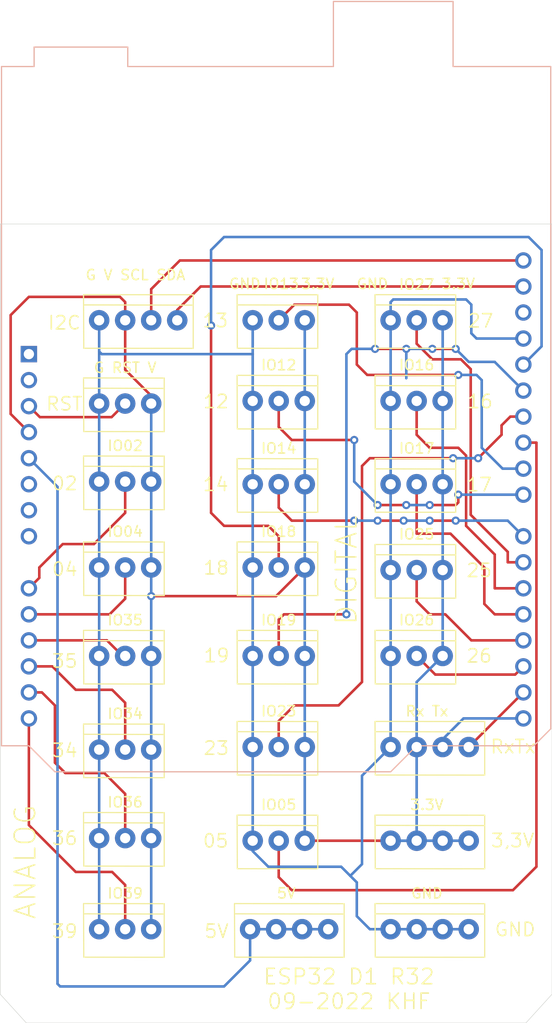
<source format=kicad_pcb>
(kicad_pcb (version 20171130) (host pcbnew "(5.1.9)-1")

  (general
    (thickness 1.6)
    (drawings 37)
    (tracks 260)
    (zones 0)
    (modules 25)
    (nets 33)
  )

  (page A4)
  (layers
    (0 F.Cu signal)
    (31 B.Cu signal)
    (32 B.Adhes user)
    (33 F.Adhes user)
    (34 B.Paste user)
    (35 F.Paste user)
    (36 B.SilkS user)
    (37 F.SilkS user)
    (38 B.Mask user)
    (39 F.Mask user)
    (40 Dwgs.User user)
    (41 Cmts.User user)
    (42 Eco1.User user)
    (43 Eco2.User user)
    (44 Edge.Cuts user)
    (45 Margin user)
    (46 B.CrtYd user)
    (47 F.CrtYd user)
    (48 B.Fab user)
    (49 F.Fab user hide)
  )

  (setup
    (last_trace_width 0.25)
    (trace_clearance 0.2)
    (zone_clearance 0.508)
    (zone_45_only no)
    (trace_min 0.2)
    (via_size 0.8)
    (via_drill 0.4)
    (via_min_size 0.4)
    (via_min_drill 0.3)
    (uvia_size 0.3)
    (uvia_drill 0.1)
    (uvias_allowed no)
    (uvia_min_size 0.2)
    (uvia_min_drill 0.1)
    (edge_width 0.05)
    (segment_width 0.2)
    (pcb_text_width 0.3)
    (pcb_text_size 1.5 1.5)
    (mod_edge_width 0.12)
    (mod_text_size 1 1)
    (mod_text_width 0.15)
    (pad_size 2 2)
    (pad_drill 1)
    (pad_to_mask_clearance 0.05)
    (aux_axis_origin 0 0)
    (visible_elements 7FFFFFFF)
    (pcbplotparams
      (layerselection 0x010fc_ffffffff)
      (usegerberextensions false)
      (usegerberattributes true)
      (usegerberadvancedattributes true)
      (creategerberjobfile true)
      (excludeedgelayer true)
      (linewidth 0.100000)
      (plotframeref false)
      (viasonmask false)
      (mode 1)
      (useauxorigin false)
      (hpglpennumber 1)
      (hpglpenspeed 20)
      (hpglpendiameter 15.000000)
      (psnegative false)
      (psa4output false)
      (plotreference true)
      (plotvalue true)
      (plotinvisibletext false)
      (padsonsilk false)
      (subtractmaskfromsilk false)
      (outputformat 1)
      (mirror false)
      (drillshape 0)
      (scaleselection 1)
      (outputdirectory "Wemos UNO/Gerber/"))
  )

  (net 0 "")
  (net 1 "Net-(A1-Pad32)")
  (net 2 "Net-(A1-Pad31)")
  (net 3 "Net-(A1-Pad1)")
  (net 4 "Net-(A1-Pad17)")
  (net 5 "Net-(A1-Pad2)")
  (net 6 "Net-(A1-Pad18)")
  (net 7 "Net-(A1-Pad3)")
  (net 8 "Net-(A1-Pad19)")
  (net 9 "Net-(A1-Pad4)")
  (net 10 "Net-(A1-Pad20)")
  (net 11 "Net-(A1-Pad5)")
  (net 12 "Net-(A1-Pad21)")
  (net 13 "Net-(A1-Pad6)")
  (net 14 "Net-(A1-Pad22)")
  (net 15 "Net-(A1-Pad7)")
  (net 16 "Net-(A1-Pad23)")
  (net 17 "Net-(A1-Pad8)")
  (net 18 "Net-(A1-Pad24)")
  (net 19 "Net-(A1-Pad9)")
  (net 20 "Net-(A1-Pad25)")
  (net 21 "Net-(A1-Pad10)")
  (net 22 "Net-(A1-Pad26)")
  (net 23 "Net-(A1-Pad11)")
  (net 24 "Net-(A1-Pad27)")
  (net 25 "Net-(A1-Pad12)")
  (net 26 "Net-(A1-Pad28)")
  (net 27 "Net-(A1-Pad13)")
  (net 28 "Net-(A1-Pad29)")
  (net 29 "Net-(A1-Pad14)")
  (net 30 "Net-(A1-Pad30)")
  (net 31 "Net-(A1-Pad15)")
  (net 32 "Net-(A1-Pad16)")

  (net_class Default "This is the default net class."
    (clearance 0.2)
    (trace_width 0.25)
    (via_dia 0.8)
    (via_drill 0.4)
    (uvia_dia 0.3)
    (uvia_drill 0.1)
    (add_net "Net-(A1-Pad1)")
    (add_net "Net-(A1-Pad10)")
    (add_net "Net-(A1-Pad11)")
    (add_net "Net-(A1-Pad12)")
    (add_net "Net-(A1-Pad13)")
    (add_net "Net-(A1-Pad14)")
    (add_net "Net-(A1-Pad15)")
    (add_net "Net-(A1-Pad16)")
    (add_net "Net-(A1-Pad17)")
    (add_net "Net-(A1-Pad18)")
    (add_net "Net-(A1-Pad19)")
    (add_net "Net-(A1-Pad2)")
    (add_net "Net-(A1-Pad20)")
    (add_net "Net-(A1-Pad21)")
    (add_net "Net-(A1-Pad22)")
    (add_net "Net-(A1-Pad23)")
    (add_net "Net-(A1-Pad24)")
    (add_net "Net-(A1-Pad25)")
    (add_net "Net-(A1-Pad26)")
    (add_net "Net-(A1-Pad27)")
    (add_net "Net-(A1-Pad28)")
    (add_net "Net-(A1-Pad29)")
    (add_net "Net-(A1-Pad3)")
    (add_net "Net-(A1-Pad30)")
    (add_net "Net-(A1-Pad31)")
    (add_net "Net-(A1-Pad32)")
    (add_net "Net-(A1-Pad4)")
    (add_net "Net-(A1-Pad5)")
    (add_net "Net-(A1-Pad6)")
    (add_net "Net-(A1-Pad7)")
    (add_net "Net-(A1-Pad8)")
    (add_net "Net-(A1-Pad9)")
  )

  (module Module:Arduino_UNO_R3 (layer B.Cu) (tedit 58AB60FC) (tstamp 60188F66)
    (at 111.252 56.896 270)
    (descr "Arduino UNO R3, http://www.mouser.com/pdfdocs/Gravitech_Arduino_Nano3_0.pdf")
    (tags "Arduino UNO R3")
    (path /60181A85)
    (fp_text reference A1 (at -4.318 0 90) (layer B.SilkS) hide
      (effects (font (size 1 1) (thickness 0.15)) (justify mirror))
    )
    (fp_text value Arduino_UNO_R3 (at 0 -22.86 270) (layer B.Fab)
      (effects (font (size 1 1) (thickness 0.15)) (justify mirror))
    )
    (fp_line (start 38.35 2.79) (end 38.35 0) (layer B.CrtYd) (width 0.05))
    (fp_line (start 38.35 0) (end 40.89 -2.54) (layer B.CrtYd) (width 0.05))
    (fp_line (start 40.89 -2.54) (end 40.89 -35.31) (layer B.CrtYd) (width 0.05))
    (fp_line (start 40.89 -35.31) (end 38.35 -37.85) (layer B.CrtYd) (width 0.05))
    (fp_line (start 38.35 -37.85) (end 38.35 -49.28) (layer B.CrtYd) (width 0.05))
    (fp_line (start 38.35 -49.28) (end 36.58 -51.05) (layer B.CrtYd) (width 0.05))
    (fp_line (start 36.58 -51.05) (end -28.19 -51.05) (layer B.CrtYd) (width 0.05))
    (fp_line (start -28.19 -51.05) (end -28.19 -41.53) (layer B.CrtYd) (width 0.05))
    (fp_line (start -28.19 -41.53) (end -34.54 -41.53) (layer B.CrtYd) (width 0.05))
    (fp_line (start -34.54 -41.53) (end -34.54 -29.59) (layer B.CrtYd) (width 0.05))
    (fp_line (start -34.54 -29.59) (end -28.19 -29.59) (layer B.CrtYd) (width 0.05))
    (fp_line (start -28.19 -29.59) (end -28.19 -9.78) (layer B.CrtYd) (width 0.05))
    (fp_line (start -28.19 -9.78) (end -30.1 -9.78) (layer B.CrtYd) (width 0.05))
    (fp_line (start -30.1 -9.78) (end -30.1 -0.38) (layer B.CrtYd) (width 0.05))
    (fp_line (start -30.1 -0.38) (end -28.19 -0.38) (layer B.CrtYd) (width 0.05))
    (fp_line (start -28.19 -0.38) (end -28.19 2.79) (layer B.CrtYd) (width 0.05))
    (fp_line (start -28.19 2.79) (end 38.35 2.79) (layer B.CrtYd) (width 0.05))
    (fp_line (start 40.77 -35.31) (end 40.77 -2.54) (layer B.SilkS) (width 0.12))
    (fp_line (start 40.77 -2.54) (end 38.23 0) (layer B.SilkS) (width 0.12))
    (fp_line (start 38.23 0) (end 38.23 2.67) (layer B.SilkS) (width 0.12))
    (fp_line (start 38.23 2.67) (end -28.07 2.67) (layer B.SilkS) (width 0.12))
    (fp_line (start -28.07 2.67) (end -28.07 -0.51) (layer B.SilkS) (width 0.12))
    (fp_line (start -28.07 -0.51) (end -29.97 -0.51) (layer B.SilkS) (width 0.12))
    (fp_line (start -29.97 -0.51) (end -29.97 -9.65) (layer B.SilkS) (width 0.12))
    (fp_line (start -29.97 -9.65) (end -28.07 -9.65) (layer B.SilkS) (width 0.12))
    (fp_line (start -28.07 -9.65) (end -28.07 -29.72) (layer B.SilkS) (width 0.12))
    (fp_line (start -28.07 -29.72) (end -34.42 -29.72) (layer B.SilkS) (width 0.12))
    (fp_line (start -34.42 -29.72) (end -34.42 -41.4) (layer B.SilkS) (width 0.12))
    (fp_line (start -34.42 -41.4) (end -28.07 -41.4) (layer B.SilkS) (width 0.12))
    (fp_line (start -28.07 -41.4) (end -28.07 -50.93) (layer B.SilkS) (width 0.12))
    (fp_line (start -28.07 -50.93) (end 36.58 -50.93) (layer B.SilkS) (width 0.12))
    (fp_line (start 36.58 -50.93) (end 38.23 -49.28) (layer B.SilkS) (width 0.12))
    (fp_line (start 38.23 -49.28) (end 38.23 -37.85) (layer B.SilkS) (width 0.12))
    (fp_line (start 38.23 -37.85) (end 40.77 -35.31) (layer B.SilkS) (width 0.12))
    (fp_line (start -34.29 -29.84) (end -18.41 -29.84) (layer B.Fab) (width 0.1))
    (fp_line (start -18.41 -29.84) (end -18.41 -41.27) (layer B.Fab) (width 0.1))
    (fp_line (start -18.41 -41.27) (end -34.29 -41.27) (layer B.Fab) (width 0.1))
    (fp_line (start -34.29 -41.27) (end -34.29 -29.84) (layer B.Fab) (width 0.1))
    (fp_line (start -29.84 -0.64) (end -16.51 -0.64) (layer B.Fab) (width 0.1))
    (fp_line (start -16.51 -0.64) (end -16.51 -9.53) (layer B.Fab) (width 0.1))
    (fp_line (start -16.51 -9.53) (end -29.84 -9.53) (layer B.Fab) (width 0.1))
    (fp_line (start -29.84 -9.53) (end -29.84 -0.64) (layer B.Fab) (width 0.1))
    (fp_line (start 38.1 -37.85) (end 38.1 -49.28) (layer B.Fab) (width 0.1))
    (fp_line (start 40.64 -2.54) (end 40.64 -35.31) (layer B.Fab) (width 0.1))
    (fp_line (start 40.64 -35.31) (end 38.1 -37.85) (layer B.Fab) (width 0.1))
    (fp_line (start 38.1 2.54) (end 38.1 0) (layer B.Fab) (width 0.1))
    (fp_line (start 38.1 0) (end 40.64 -2.54) (layer B.Fab) (width 0.1))
    (fp_line (start 38.1 -49.28) (end 36.58 -50.8) (layer B.Fab) (width 0.1))
    (fp_line (start 36.58 -50.8) (end -27.94 -50.8) (layer B.Fab) (width 0.1))
    (fp_line (start -27.94 -50.8) (end -27.94 2.54) (layer B.Fab) (width 0.1))
    (fp_line (start -27.94 2.54) (end 38.1 2.54) (layer B.Fab) (width 0.1))
    (fp_text user %R (at 0 -20.32 90) (layer B.Fab)
      (effects (font (size 1 1) (thickness 0.15)) (justify mirror))
    )
    (pad 32 thru_hole oval (at -9.14 -48.26 180) (size 1.6 1.6) (drill 1) (layers *.Cu *.Mask)
      (net 1 "Net-(A1-Pad32)"))
    (pad 31 thru_hole oval (at -6.6 -48.26 180) (size 1.6 1.6) (drill 1) (layers *.Cu *.Mask)
      (net 2 "Net-(A1-Pad31)"))
    (pad 1 thru_hole rect (at 0 0 180) (size 1.6 1.6) (drill 1) (layers *.Cu *.Mask)
      (net 3 "Net-(A1-Pad1)"))
    (pad 17 thru_hole oval (at 30.48 -48.26 180) (size 1.6 1.6) (drill 1) (layers *.Cu *.Mask)
      (net 4 "Net-(A1-Pad17)"))
    (pad 2 thru_hole oval (at 2.54 0 180) (size 1.6 1.6) (drill 1) (layers *.Cu *.Mask)
      (net 5 "Net-(A1-Pad2)"))
    (pad 18 thru_hole oval (at 27.94 -48.26 180) (size 1.6 1.6) (drill 1) (layers *.Cu *.Mask)
      (net 6 "Net-(A1-Pad18)"))
    (pad 3 thru_hole oval (at 5.08 0 180) (size 1.6 1.6) (drill 1) (layers *.Cu *.Mask)
      (net 7 "Net-(A1-Pad3)"))
    (pad 19 thru_hole oval (at 25.4 -48.26 180) (size 1.6 1.6) (drill 1) (layers *.Cu *.Mask)
      (net 8 "Net-(A1-Pad19)"))
    (pad 4 thru_hole oval (at 7.62 0 180) (size 1.6 1.6) (drill 1) (layers *.Cu *.Mask)
      (net 9 "Net-(A1-Pad4)"))
    (pad 20 thru_hole oval (at 22.86 -48.26 180) (size 1.6 1.6) (drill 1) (layers *.Cu *.Mask)
      (net 10 "Net-(A1-Pad20)"))
    (pad 5 thru_hole oval (at 10.16 0 180) (size 1.6 1.6) (drill 1) (layers *.Cu *.Mask)
      (net 11 "Net-(A1-Pad5)"))
    (pad 21 thru_hole oval (at 20.32 -48.26 180) (size 1.6 1.6) (drill 1) (layers *.Cu *.Mask)
      (net 12 "Net-(A1-Pad21)"))
    (pad 6 thru_hole oval (at 12.7 0 180) (size 1.6 1.6) (drill 1) (layers *.Cu *.Mask)
      (net 13 "Net-(A1-Pad6)"))
    (pad 22 thru_hole oval (at 17.78 -48.26 180) (size 1.6 1.6) (drill 1) (layers *.Cu *.Mask)
      (net 14 "Net-(A1-Pad22)"))
    (pad 7 thru_hole oval (at 15.24 0 180) (size 1.6 1.6) (drill 1) (layers *.Cu *.Mask)
      (net 15 "Net-(A1-Pad7)"))
    (pad 23 thru_hole oval (at 13.72 -48.26 180) (size 1.6 1.6) (drill 1) (layers *.Cu *.Mask)
      (net 16 "Net-(A1-Pad23)"))
    (pad 8 thru_hole oval (at 17.78 0 180) (size 1.6 1.6) (drill 1) (layers *.Cu *.Mask)
      (net 17 "Net-(A1-Pad8)"))
    (pad 24 thru_hole oval (at 11.18 -48.26 180) (size 1.6 1.6) (drill 1) (layers *.Cu *.Mask)
      (net 18 "Net-(A1-Pad24)"))
    (pad 9 thru_hole oval (at 22.86 0 180) (size 1.6 1.6) (drill 1) (layers *.Cu *.Mask)
      (net 19 "Net-(A1-Pad9)"))
    (pad 25 thru_hole oval (at 8.64 -48.26 180) (size 1.6 1.6) (drill 1) (layers *.Cu *.Mask)
      (net 20 "Net-(A1-Pad25)"))
    (pad 10 thru_hole oval (at 25.4 0 180) (size 1.6 1.6) (drill 1) (layers *.Cu *.Mask)
      (net 21 "Net-(A1-Pad10)"))
    (pad 26 thru_hole oval (at 6.1 -48.26 180) (size 1.6 1.6) (drill 1) (layers *.Cu *.Mask)
      (net 22 "Net-(A1-Pad26)"))
    (pad 11 thru_hole oval (at 27.94 0 180) (size 1.6 1.6) (drill 1) (layers *.Cu *.Mask)
      (net 23 "Net-(A1-Pad11)"))
    (pad 27 thru_hole oval (at 3.56 -48.26 180) (size 1.6 1.6) (drill 1) (layers *.Cu *.Mask)
      (net 24 "Net-(A1-Pad27)"))
    (pad 12 thru_hole oval (at 30.48 0 180) (size 1.6 1.6) (drill 1) (layers *.Cu *.Mask)
      (net 25 "Net-(A1-Pad12)"))
    (pad 28 thru_hole oval (at 1.02 -48.26 180) (size 1.6 1.6) (drill 1) (layers *.Cu *.Mask)
      (net 26 "Net-(A1-Pad28)"))
    (pad 13 thru_hole oval (at 33.02 0 180) (size 1.6 1.6) (drill 1) (layers *.Cu *.Mask)
      (net 27 "Net-(A1-Pad13)"))
    (pad 29 thru_hole oval (at -1.52 -48.26 180) (size 1.6 1.6) (drill 1) (layers *.Cu *.Mask)
      (net 28 "Net-(A1-Pad29)"))
    (pad 14 thru_hole oval (at 35.56 0 180) (size 1.6 1.6) (drill 1) (layers *.Cu *.Mask)
      (net 29 "Net-(A1-Pad14)"))
    (pad 30 thru_hole oval (at -4.06 -48.26 180) (size 1.6 1.6) (drill 1) (layers *.Cu *.Mask)
      (net 30 "Net-(A1-Pad30)"))
    (pad 15 thru_hole oval (at 35.56 -48.26 180) (size 1.6 1.6) (drill 1) (layers *.Cu *.Mask)
      (net 31 "Net-(A1-Pad15)"))
    (pad 16 thru_hole oval (at 33.02 -48.26 180) (size 1.6 1.6) (drill 1) (layers *.Cu *.Mask)
      (net 32 "Net-(A1-Pad16)"))
    (model ${KISYS3DMOD}/Module.3dshapes/Arduino_UNO_R3.wrl
      (at (xyz 0 0 0))
      (scale (xyz 1 1 1))
      (rotate (xyz 0 0 0))
    )
  )

  (module !Goody:PL-Stecker3pol (layer F.Cu) (tedit 60181B70) (tstamp 60187E4D)
    (at 118.11 69.342)
    (descr PL-Stecker)
    (path /6027AC0C)
    (fp_text reference IO02 (at 2.54 -3.5) (layer F.SilkS)
      (effects (font (size 1 1) (thickness 0.15)))
    )
    (fp_text value PL-Stecker_3pol (at 3.54 -5.5) (layer F.Fab) hide
      (effects (font (size 1 1) (thickness 0.15)))
    )
    (fp_line (start -1.5 -2.5) (end 6.35 -2.49) (layer F.SilkS) (width 0.12))
    (fp_line (start -1.5 2.7304) (end -1.5254 -2.5) (layer F.SilkS) (width 0.12))
    (fp_line (start -1.5 2.7304) (end 6.35 2.74) (layer F.SilkS) (width 0.12))
    (fp_line (start 6.35 2.74) (end 6.35 -2.4904) (layer F.SilkS) (width 0.12))
    (fp_line (start -1.5 -1.5) (end 6.35 -1.48) (layer F.SilkS) (width 0.12))
    (pad 3 thru_hole circle (at 5.08 0) (size 2 2) (drill 1) (layers *.Cu *.Mask)
      (net 9 "Net-(A1-Pad4)"))
    (pad 2 thru_hole circle (at 2.54 0) (size 2 2) (drill 1) (layers *.Cu *.Mask)
      (net 19 "Net-(A1-Pad9)"))
    (pad 1 thru_hole circle (at 0 0) (size 2 2) (drill 1) (layers *.Cu *.Mask)
      (net 28 "Net-(A1-Pad29)"))
  )

  (module !Goody:PL-Stecker3pol (layer F.Cu) (tedit 60181B70) (tstamp 60187E65)
    (at 146.558 86.36)
    (descr PL-Stecker)
    (path /6018AB90)
    (fp_text reference IO26 (at 2.54 -3.5) (layer F.SilkS)
      (effects (font (size 1 1) (thickness 0.15)))
    )
    (fp_text value PL-Stecker_3pol (at 3.54 -5.5) (layer F.Fab) hide
      (effects (font (size 1 1) (thickness 0.15)))
    )
    (fp_line (start -1.5 -2.5) (end 6.35 -2.49) (layer F.SilkS) (width 0.12))
    (fp_line (start -1.5 2.7304) (end -1.5254 -2.5) (layer F.SilkS) (width 0.12))
    (fp_line (start -1.5 2.7304) (end 6.35 2.74) (layer F.SilkS) (width 0.12))
    (fp_line (start 6.35 2.74) (end 6.35 -2.4904) (layer F.SilkS) (width 0.12))
    (fp_line (start -1.5 -1.5) (end 6.35 -1.48) (layer F.SilkS) (width 0.12))
    (pad 3 thru_hole circle (at 5.08 0) (size 2 2) (drill 1) (layers *.Cu *.Mask)
      (net 9 "Net-(A1-Pad4)"))
    (pad 2 thru_hole circle (at 2.54 0) (size 2 2) (drill 1) (layers *.Cu *.Mask)
      (net 4 "Net-(A1-Pad17)"))
    (pad 1 thru_hole circle (at 0 0) (size 2 2) (drill 1) (layers *.Cu *.Mask)
      (net 28 "Net-(A1-Pad29)"))
  )

  (module !Goody:PL-Stecker3pol (layer F.Cu) (tedit 60181B70) (tstamp 60187E71)
    (at 146.558 77.978)
    (descr PL-Stecker)
    (path /6018A527)
    (fp_text reference IO25 (at 2.54 -3.5) (layer F.SilkS)
      (effects (font (size 1 1) (thickness 0.15)))
    )
    (fp_text value PL-Stecker_3pol (at 3.54 -5.5) (layer F.Fab) hide
      (effects (font (size 1 1) (thickness 0.15)))
    )
    (fp_line (start -1.5 -1.5) (end 6.35 -1.48) (layer F.SilkS) (width 0.12))
    (fp_line (start 6.35 2.74) (end 6.35 -2.4904) (layer F.SilkS) (width 0.12))
    (fp_line (start -1.5 2.7304) (end 6.35 2.74) (layer F.SilkS) (width 0.12))
    (fp_line (start -1.5 2.7304) (end -1.5254 -2.5) (layer F.SilkS) (width 0.12))
    (fp_line (start -1.5 -2.5) (end 6.35 -2.49) (layer F.SilkS) (width 0.12))
    (pad 1 thru_hole circle (at 0 0) (size 2 2) (drill 1) (layers *.Cu *.Mask)
      (net 28 "Net-(A1-Pad29)"))
    (pad 2 thru_hole circle (at 2.54 0) (size 2 2) (drill 1) (layers *.Cu *.Mask)
      (net 6 "Net-(A1-Pad18)"))
    (pad 3 thru_hole circle (at 5.08 0) (size 2 2) (drill 1) (layers *.Cu *.Mask)
      (net 9 "Net-(A1-Pad4)"))
  )

  (module !Goody:PL-Stecker3pol (layer F.Cu) (tedit 60181B70) (tstamp 60187E7D)
    (at 146.558 69.596)
    (descr PL-Stecker)
    (path /6018A03E)
    (fp_text reference IO17 (at 2.54 -3.5) (layer F.SilkS)
      (effects (font (size 1 1) (thickness 0.15)))
    )
    (fp_text value PL-Stecker_3pol (at 3.54 -5.5) (layer F.Fab) hide
      (effects (font (size 1 1) (thickness 0.15)))
    )
    (fp_line (start -1.5 -2.5) (end 6.35 -2.49) (layer F.SilkS) (width 0.12))
    (fp_line (start -1.5 2.7304) (end -1.5254 -2.5) (layer F.SilkS) (width 0.12))
    (fp_line (start -1.5 2.7304) (end 6.35 2.74) (layer F.SilkS) (width 0.12))
    (fp_line (start 6.35 2.74) (end 6.35 -2.4904) (layer F.SilkS) (width 0.12))
    (fp_line (start -1.5 -1.5) (end 6.35 -1.48) (layer F.SilkS) (width 0.12))
    (pad 3 thru_hole circle (at 5.08 0) (size 2 2) (drill 1) (layers *.Cu *.Mask)
      (net 9 "Net-(A1-Pad4)"))
    (pad 2 thru_hole circle (at 2.54 0) (size 2 2) (drill 1) (layers *.Cu *.Mask)
      (net 8 "Net-(A1-Pad19)"))
    (pad 1 thru_hole circle (at 0 0) (size 2 2) (drill 1) (layers *.Cu *.Mask)
      (net 28 "Net-(A1-Pad29)"))
  )

  (module !Goody:PL-Stecker3pol (layer F.Cu) (tedit 60181B70) (tstamp 60187E89)
    (at 146.558 61.468)
    (descr PL-Stecker)
    (path /601896FD)
    (fp_text reference IO16 (at 2.54 -3.5) (layer F.SilkS)
      (effects (font (size 1 1) (thickness 0.15)))
    )
    (fp_text value PL-Stecker_3pol (at 3.54 -5.5) (layer F.Fab) hide
      (effects (font (size 1 1) (thickness 0.15)))
    )
    (fp_line (start -1.5 -1.5) (end 6.35 -1.48) (layer F.SilkS) (width 0.12))
    (fp_line (start 6.35 2.74) (end 6.35 -2.4904) (layer F.SilkS) (width 0.12))
    (fp_line (start -1.5 2.7304) (end 6.35 2.74) (layer F.SilkS) (width 0.12))
    (fp_line (start -1.5 2.7304) (end -1.5254 -2.5) (layer F.SilkS) (width 0.12))
    (fp_line (start -1.5 -2.5) (end 6.35 -2.49) (layer F.SilkS) (width 0.12))
    (pad 1 thru_hole circle (at 0 0) (size 2 2) (drill 1) (layers *.Cu *.Mask)
      (net 28 "Net-(A1-Pad29)"))
    (pad 2 thru_hole circle (at 2.54 0) (size 2 2) (drill 1) (layers *.Cu *.Mask)
      (net 10 "Net-(A1-Pad20)"))
    (pad 3 thru_hole circle (at 5.08 0) (size 2 2) (drill 1) (layers *.Cu *.Mask)
      (net 9 "Net-(A1-Pad4)"))
  )

  (module !Goody:PL-Stecker3pol (layer F.Cu) (tedit 60181B70) (tstamp 60187E95)
    (at 146.558 53.594)
    (descr PL-Stecker)
    (path /601891A7)
    (fp_text reference IO27 (at 2.54 -3.5) (layer F.SilkS)
      (effects (font (size 1 1) (thickness 0.15)))
    )
    (fp_text value PL-Stecker_3pol (at 3.54 -5.5) (layer F.Fab) hide
      (effects (font (size 1 1) (thickness 0.15)))
    )
    (fp_line (start -1.5 -2.5) (end 6.35 -2.49) (layer F.SilkS) (width 0.12))
    (fp_line (start -1.5 2.7304) (end -1.5254 -2.5) (layer F.SilkS) (width 0.12))
    (fp_line (start -1.5 2.7304) (end 6.35 2.74) (layer F.SilkS) (width 0.12))
    (fp_line (start 6.35 2.74) (end 6.35 -2.4904) (layer F.SilkS) (width 0.12))
    (fp_line (start -1.5 -1.5) (end 6.35 -1.48) (layer F.SilkS) (width 0.12))
    (pad 3 thru_hole circle (at 5.08 0) (size 2 2) (drill 1) (layers *.Cu *.Mask)
      (net 9 "Net-(A1-Pad4)"))
    (pad 2 thru_hole circle (at 2.54 0) (size 2 2) (drill 1) (layers *.Cu *.Mask)
      (net 12 "Net-(A1-Pad21)"))
    (pad 1 thru_hole circle (at 0 0) (size 2 2) (drill 1) (layers *.Cu *.Mask)
      (net 28 "Net-(A1-Pad29)"))
  )

  (module !Goody:PL-Stecker3pol (layer F.Cu) (tedit 60181B70) (tstamp 60187EA1)
    (at 133.096 69.596)
    (descr PL-Stecker)
    (path /60188CE3)
    (fp_text reference IO14 (at 2.54 -3.5) (layer F.SilkS)
      (effects (font (size 1 1) (thickness 0.15)))
    )
    (fp_text value PL-Stecker_3pol (at 3.54 -5.5) (layer F.Fab) hide
      (effects (font (size 1 1) (thickness 0.15)))
    )
    (fp_line (start -1.5 -1.5) (end 6.35 -1.48) (layer F.SilkS) (width 0.12))
    (fp_line (start 6.35 2.74) (end 6.35 -2.4904) (layer F.SilkS) (width 0.12))
    (fp_line (start -1.5 2.7304) (end 6.35 2.74) (layer F.SilkS) (width 0.12))
    (fp_line (start -1.5 2.7304) (end -1.5254 -2.5) (layer F.SilkS) (width 0.12))
    (fp_line (start -1.5 -2.5) (end 6.35 -2.49) (layer F.SilkS) (width 0.12))
    (pad 1 thru_hole circle (at 0 0) (size 2 2) (drill 1) (layers *.Cu *.Mask)
      (net 28 "Net-(A1-Pad29)"))
    (pad 2 thru_hole circle (at 2.54 0) (size 2 2) (drill 1) (layers *.Cu *.Mask)
      (net 14 "Net-(A1-Pad22)"))
    (pad 3 thru_hole circle (at 5.08 0) (size 2 2) (drill 1) (layers *.Cu *.Mask)
      (net 9 "Net-(A1-Pad4)"))
  )

  (module !Goody:PL-Stecker3pol (layer F.Cu) (tedit 60181B70) (tstamp 60187EAD)
    (at 133.096 61.468)
    (descr PL-Stecker)
    (path /6018883C)
    (fp_text reference IO12 (at 2.54 -3.5) (layer F.SilkS)
      (effects (font (size 1 1) (thickness 0.15)))
    )
    (fp_text value PL-Stecker_3pol (at 3.54 -5.5) (layer F.Fab) hide
      (effects (font (size 1 1) (thickness 0.15)))
    )
    (fp_line (start -1.5 -1.5) (end 6.35 -1.48) (layer F.SilkS) (width 0.12))
    (fp_line (start 6.35 2.74) (end 6.35 -2.4904) (layer F.SilkS) (width 0.12))
    (fp_line (start -1.5 2.7304) (end 6.35 2.74) (layer F.SilkS) (width 0.12))
    (fp_line (start -1.5 2.7304) (end -1.5254 -2.5) (layer F.SilkS) (width 0.12))
    (fp_line (start -1.5 -2.5) (end 6.35 -2.49) (layer F.SilkS) (width 0.12))
    (pad 1 thru_hole circle (at 0 0) (size 2 2) (drill 1) (layers *.Cu *.Mask)
      (net 28 "Net-(A1-Pad29)"))
    (pad 2 thru_hole circle (at 2.54 0) (size 2 2) (drill 1) (layers *.Cu *.Mask)
      (net 16 "Net-(A1-Pad23)"))
    (pad 3 thru_hole circle (at 5.08 0) (size 2 2) (drill 1) (layers *.Cu *.Mask)
      (net 9 "Net-(A1-Pad4)"))
  )

  (module !Goody:PL-Stecker3pol (layer F.Cu) (tedit 60181B70) (tstamp 60187EB9)
    (at 133.096 53.594)
    (descr PL-Stecker)
    (path /601882ED)
    (fp_text reference IO13 (at 2.794 -3.556) (layer F.SilkS)
      (effects (font (size 1 1) (thickness 0.15)))
    )
    (fp_text value PL-Stecker_3pol (at 3.54 -5.5) (layer F.Fab) hide
      (effects (font (size 1 1) (thickness 0.15)))
    )
    (fp_line (start -1.5 -2.5) (end 6.35 -2.49) (layer F.SilkS) (width 0.12))
    (fp_line (start -1.5 2.7304) (end -1.5254 -2.5) (layer F.SilkS) (width 0.12))
    (fp_line (start -1.5 2.7304) (end 6.35 2.74) (layer F.SilkS) (width 0.12))
    (fp_line (start 6.35 2.74) (end 6.35 -2.4904) (layer F.SilkS) (width 0.12))
    (fp_line (start -1.5 -1.5) (end 6.35 -1.48) (layer F.SilkS) (width 0.12))
    (pad 3 thru_hole circle (at 5.08 0) (size 2 2) (drill 1) (layers *.Cu *.Mask)
      (net 9 "Net-(A1-Pad4)"))
    (pad 2 thru_hole circle (at 2.54 0) (size 2 2) (drill 1) (layers *.Cu *.Mask)
      (net 18 "Net-(A1-Pad24)"))
    (pad 1 thru_hole circle (at 0 0) (size 2 2) (drill 1) (layers *.Cu *.Mask)
      (net 28 "Net-(A1-Pad29)"))
  )

  (module !Goody:PL-Stecker3pol (layer F.Cu) (tedit 60181B70) (tstamp 60187EC5)
    (at 133.096 104.394)
    (descr PL-Stecker)
    (path /60187F2F)
    (fp_text reference IO05 (at 2.54 -3.5) (layer F.SilkS)
      (effects (font (size 1 1) (thickness 0.15)))
    )
    (fp_text value PL-Stecker_3pol (at 3.54 -5.5) (layer F.Fab) hide
      (effects (font (size 1 1) (thickness 0.15)))
    )
    (fp_line (start -1.5 -1.5) (end 6.35 -1.48) (layer F.SilkS) (width 0.12))
    (fp_line (start 6.35 2.74) (end 6.35 -2.4904) (layer F.SilkS) (width 0.12))
    (fp_line (start -1.5 2.7304) (end 6.35 2.74) (layer F.SilkS) (width 0.12))
    (fp_line (start -1.5 2.7304) (end -1.5254 -2.5) (layer F.SilkS) (width 0.12))
    (fp_line (start -1.5 -2.5) (end 6.35 -2.49) (layer F.SilkS) (width 0.12))
    (pad 1 thru_hole circle (at 0 0) (size 2 2) (drill 1) (layers *.Cu *.Mask)
      (net 28 "Net-(A1-Pad29)"))
    (pad 2 thru_hole circle (at 2.54 0) (size 2 2) (drill 1) (layers *.Cu *.Mask)
      (net 20 "Net-(A1-Pad25)"))
    (pad 3 thru_hole circle (at 5.08 0) (size 2 2) (drill 1) (layers *.Cu *.Mask)
      (net 9 "Net-(A1-Pad4)"))
  )

  (module !Goody:PL-Stecker3pol (layer F.Cu) (tedit 60181B70) (tstamp 60187ED1)
    (at 133.096 95.25)
    (descr PL-Stecker)
    (path /60185B8A)
    (fp_text reference IO23 (at 2.54 -3.5) (layer F.SilkS)
      (effects (font (size 1 1) (thickness 0.15)))
    )
    (fp_text value PL-Stecker_3pol (at 3.54 -5.5) (layer F.Fab) hide
      (effects (font (size 1 1) (thickness 0.15)))
    )
    (fp_line (start -1.5 -2.5) (end 6.35 -2.49) (layer F.SilkS) (width 0.12))
    (fp_line (start -1.5 2.7304) (end -1.5254 -2.5) (layer F.SilkS) (width 0.12))
    (fp_line (start -1.5 2.7304) (end 6.35 2.74) (layer F.SilkS) (width 0.12))
    (fp_line (start 6.35 2.74) (end 6.35 -2.4904) (layer F.SilkS) (width 0.12))
    (fp_line (start -1.5 -1.5) (end 6.35 -1.48) (layer F.SilkS) (width 0.12))
    (pad 3 thru_hole circle (at 5.08 0) (size 2 2) (drill 1) (layers *.Cu *.Mask)
      (net 9 "Net-(A1-Pad4)"))
    (pad 2 thru_hole circle (at 2.54 0) (size 2 2) (drill 1) (layers *.Cu *.Mask)
      (net 22 "Net-(A1-Pad26)"))
    (pad 1 thru_hole circle (at 0 0) (size 2 2) (drill 1) (layers *.Cu *.Mask)
      (net 28 "Net-(A1-Pad29)"))
  )

  (module !Goody:PL-Stecker3pol (layer F.Cu) (tedit 60181B70) (tstamp 60187EDD)
    (at 133.096 86.36)
    (descr PL-Stecker)
    (path /60185927)
    (fp_text reference IO19 (at 2.54 -3.5) (layer F.SilkS)
      (effects (font (size 1 1) (thickness 0.15)))
    )
    (fp_text value PL-Stecker_3pol (at 3.54 -5.5) (layer F.Fab) hide
      (effects (font (size 1 1) (thickness 0.15)))
    )
    (fp_line (start -1.5 -1.5) (end 6.35 -1.48) (layer F.SilkS) (width 0.12))
    (fp_line (start 6.35 2.74) (end 6.35 -2.4904) (layer F.SilkS) (width 0.12))
    (fp_line (start -1.5 2.7304) (end 6.35 2.74) (layer F.SilkS) (width 0.12))
    (fp_line (start -1.5 2.7304) (end -1.5254 -2.5) (layer F.SilkS) (width 0.12))
    (fp_line (start -1.5 -2.5) (end 6.35 -2.49) (layer F.SilkS) (width 0.12))
    (pad 1 thru_hole circle (at 0 0) (size 2 2) (drill 1) (layers *.Cu *.Mask)
      (net 28 "Net-(A1-Pad29)"))
    (pad 2 thru_hole circle (at 2.54 0) (size 2 2) (drill 1) (layers *.Cu *.Mask)
      (net 24 "Net-(A1-Pad27)"))
    (pad 3 thru_hole circle (at 5.08 0) (size 2 2) (drill 1) (layers *.Cu *.Mask)
      (net 9 "Net-(A1-Pad4)"))
  )

  (module !Goody:PL-Stecker3pol (layer F.Cu) (tedit 60181B70) (tstamp 60187EE9)
    (at 133.096 77.724)
    (descr PL-Stecker)
    (path /601857B9)
    (fp_text reference IO18 (at 2.54 -3.5) (layer F.SilkS)
      (effects (font (size 1 1) (thickness 0.15)))
    )
    (fp_text value PL-Stecker_3pol (at 3.54 -5.5) (layer F.Fab) hide
      (effects (font (size 1 1) (thickness 0.15)))
    )
    (fp_line (start -1.5 -2.5) (end 6.35 -2.49) (layer F.SilkS) (width 0.12))
    (fp_line (start -1.5 2.7304) (end -1.5254 -2.5) (layer F.SilkS) (width 0.12))
    (fp_line (start -1.5 2.7304) (end 6.35 2.74) (layer F.SilkS) (width 0.12))
    (fp_line (start 6.35 2.74) (end 6.35 -2.4904) (layer F.SilkS) (width 0.12))
    (fp_line (start -1.5 -1.5) (end 6.35 -1.48) (layer F.SilkS) (width 0.12))
    (pad 3 thru_hole circle (at 5.08 0) (size 2 2) (drill 1) (layers *.Cu *.Mask)
      (net 9 "Net-(A1-Pad4)"))
    (pad 2 thru_hole circle (at 2.54 0) (size 2 2) (drill 1) (layers *.Cu *.Mask)
      (net 26 "Net-(A1-Pad28)"))
    (pad 1 thru_hole circle (at 0 0) (size 2 2) (drill 1) (layers *.Cu *.Mask)
      (net 28 "Net-(A1-Pad29)"))
  )

  (module !Goody:PL-Stecker (layer F.Cu) (tedit 600E92D8) (tstamp 60187EF6)
    (at 146.558 113.03)
    (descr PL-Stecker)
    (path /6018BF48)
    (fp_text reference GND (at 3.54 -3.5) (layer F.SilkS)
      (effects (font (size 1 1) (thickness 0.15)))
    )
    (fp_text value PL-Stecker_4pol_Data (at 3.54 -5.5) (layer F.Fab) hide
      (effects (font (size 1 1) (thickness 0.15)))
    )
    (fp_line (start -1.5 -1.5) (end 9.17 -1.48) (layer F.SilkS) (width 0.12))
    (fp_line (start 9.18 2.74) (end 9.18 -2.4904) (layer F.SilkS) (width 0.12))
    (fp_line (start -1.5 2.7304) (end 9.18 2.74) (layer F.SilkS) (width 0.12))
    (fp_line (start -1.5 2.7304) (end -1.5254 -2.5) (layer F.SilkS) (width 0.12))
    (fp_line (start -1.5 -2.5) (end 9.18 -2.49) (layer F.SilkS) (width 0.12))
    (pad 1 thru_hole circle (at 0 0) (size 2 2) (drill 1) (layers *.Cu *.Mask)
      (net 28 "Net-(A1-Pad29)"))
    (pad 2 thru_hole circle (at 2.54 0) (size 2 2) (drill 1) (layers *.Cu *.Mask)
      (net 28 "Net-(A1-Pad29)"))
    (pad 3 thru_hole circle (at 5.08 0) (size 2 2) (drill 1) (layers *.Cu *.Mask)
      (net 28 "Net-(A1-Pad29)"))
    (pad 4 thru_hole circle (at 7.62 0) (size 2 2) (drill 1) (layers *.Cu *.Mask)
      (net 28 "Net-(A1-Pad29)"))
  )

  (module !Goody:PL-Stecker (layer F.Cu) (tedit 600E92D8) (tstamp 60187F03)
    (at 132.842 113.03)
    (descr PL-Stecker)
    (path /6018CC8B)
    (fp_text reference 5V (at 3.54 -3.5) (layer F.SilkS)
      (effects (font (size 1 1) (thickness 0.15)))
    )
    (fp_text value PL-Stecker_4pol_Data (at 3.54 -5.5) (layer F.Fab) hide
      (effects (font (size 1 1) (thickness 0.15)))
    )
    (fp_line (start -1.5 -2.5) (end 9.18 -2.49) (layer F.SilkS) (width 0.12))
    (fp_line (start -1.5 2.7304) (end -1.5254 -2.5) (layer F.SilkS) (width 0.12))
    (fp_line (start -1.5 2.7304) (end 9.18 2.74) (layer F.SilkS) (width 0.12))
    (fp_line (start 9.18 2.74) (end 9.18 -2.4904) (layer F.SilkS) (width 0.12))
    (fp_line (start -1.5 -1.5) (end 9.17 -1.48) (layer F.SilkS) (width 0.12))
    (pad 4 thru_hole circle (at 7.62 0) (size 2 2) (drill 1) (layers *.Cu *.Mask)
      (net 11 "Net-(A1-Pad5)"))
    (pad 3 thru_hole circle (at 5.08 0) (size 2 2) (drill 1) (layers *.Cu *.Mask)
      (net 11 "Net-(A1-Pad5)"))
    (pad 2 thru_hole circle (at 2.54 0) (size 2 2) (drill 1) (layers *.Cu *.Mask)
      (net 11 "Net-(A1-Pad5)"))
    (pad 1 thru_hole circle (at 0 0) (size 2 2) (drill 1) (layers *.Cu *.Mask)
      (net 11 "Net-(A1-Pad5)"))
  )

  (module !Goody:PL-Stecker (layer F.Cu) (tedit 600E92D8) (tstamp 60187F10)
    (at 146.558 104.394)
    (descr PL-Stecker)
    (path /6018D203)
    (fp_text reference 3.3V (at 3.54 -3.5) (layer F.SilkS)
      (effects (font (size 1 1) (thickness 0.15)))
    )
    (fp_text value PL-Stecker_4pol_Data (at 3.54 -5.5) (layer F.Fab) hide
      (effects (font (size 1 1) (thickness 0.15)))
    )
    (fp_line (start -1.5 -1.5) (end 9.17 -1.48) (layer F.SilkS) (width 0.12))
    (fp_line (start 9.18 2.74) (end 9.18 -2.4904) (layer F.SilkS) (width 0.12))
    (fp_line (start -1.5 2.7304) (end 9.18 2.74) (layer F.SilkS) (width 0.12))
    (fp_line (start -1.5 2.7304) (end -1.5254 -2.5) (layer F.SilkS) (width 0.12))
    (fp_line (start -1.5 -2.5) (end 9.18 -2.49) (layer F.SilkS) (width 0.12))
    (pad 1 thru_hole circle (at 0 0) (size 2 2) (drill 1) (layers *.Cu *.Mask)
      (net 9 "Net-(A1-Pad4)"))
    (pad 2 thru_hole circle (at 2.54 0) (size 2 2) (drill 1) (layers *.Cu *.Mask)
      (net 9 "Net-(A1-Pad4)"))
    (pad 3 thru_hole circle (at 5.08 0) (size 2 2) (drill 1) (layers *.Cu *.Mask)
      (net 9 "Net-(A1-Pad4)"))
    (pad 4 thru_hole circle (at 7.62 0) (size 2 2) (drill 1) (layers *.Cu *.Mask)
      (net 9 "Net-(A1-Pad4)"))
  )

  (module !Goody:PL-Stecker3pol (layer F.Cu) (tedit 60181B70) (tstamp 60187F1C)
    (at 118.11 61.722)
    (descr PL-Stecker)
    (path /60185068)
    (fp_text reference "G RST V" (at 2.54 -3.5) (layer F.SilkS)
      (effects (font (size 1 1) (thickness 0.15)))
    )
    (fp_text value PL-Stecker_3pol (at 3.54 -5.5) (layer F.Fab) hide
      (effects (font (size 1 1) (thickness 0.15)))
    )
    (fp_line (start -1.5 -1.5) (end 6.35 -1.48) (layer F.SilkS) (width 0.12))
    (fp_line (start 6.35 2.74) (end 6.35 -2.4904) (layer F.SilkS) (width 0.12))
    (fp_line (start -1.5 2.7304) (end 6.35 2.74) (layer F.SilkS) (width 0.12))
    (fp_line (start -1.5 2.7304) (end -1.5254 -2.5) (layer F.SilkS) (width 0.12))
    (fp_line (start -1.5 -2.5) (end 6.35 -2.49) (layer F.SilkS) (width 0.12))
    (pad 1 thru_hole circle (at 0 0) (size 2 2) (drill 1) (layers *.Cu *.Mask)
      (net 28 "Net-(A1-Pad29)"))
    (pad 2 thru_hole circle (at 2.54 0) (size 2 2) (drill 1) (layers *.Cu *.Mask)
      (net 7 "Net-(A1-Pad3)"))
    (pad 3 thru_hole circle (at 5.08 0) (size 2 2) (drill 1) (layers *.Cu *.Mask)
      (net 9 "Net-(A1-Pad4)"))
  )

  (module !Goody:PL-Stecker3pol (layer F.Cu) (tedit 60181B70) (tstamp 60187F28)
    (at 118.11 77.724)
    (descr PL-Stecker)
    (path /601849D1)
    (fp_text reference IO04 (at 2.54 -3.5) (layer F.SilkS)
      (effects (font (size 1 1) (thickness 0.15)))
    )
    (fp_text value PL-Stecker_3pol (at 3.54 -5.5) (layer F.Fab) hide
      (effects (font (size 1 1) (thickness 0.15)))
    )
    (fp_line (start -1.5 -2.5) (end 6.35 -2.49) (layer F.SilkS) (width 0.12))
    (fp_line (start -1.5 2.7304) (end -1.5254 -2.5) (layer F.SilkS) (width 0.12))
    (fp_line (start -1.5 2.7304) (end 6.35 2.74) (layer F.SilkS) (width 0.12))
    (fp_line (start 6.35 2.74) (end 6.35 -2.4904) (layer F.SilkS) (width 0.12))
    (fp_line (start -1.5 -1.5) (end 6.35 -1.48) (layer F.SilkS) (width 0.12))
    (pad 3 thru_hole circle (at 5.08 0) (size 2 2) (drill 1) (layers *.Cu *.Mask)
      (net 9 "Net-(A1-Pad4)"))
    (pad 2 thru_hole circle (at 2.54 0) (size 2 2) (drill 1) (layers *.Cu *.Mask)
      (net 21 "Net-(A1-Pad10)"))
    (pad 1 thru_hole circle (at 0 0) (size 2 2) (drill 1) (layers *.Cu *.Mask)
      (net 28 "Net-(A1-Pad29)"))
  )

  (module !Goody:PL-Stecker3pol (layer F.Cu) (tedit 60181B70) (tstamp 60187F34)
    (at 118.11 86.36)
    (descr PL-Stecker)
    (path /60184705)
    (fp_text reference IO35 (at 2.54 -3.5) (layer F.SilkS)
      (effects (font (size 1 1) (thickness 0.15)))
    )
    (fp_text value PL-Stecker_3pol (at 3.54 -5.5) (layer F.Fab) hide
      (effects (font (size 1 1) (thickness 0.15)))
    )
    (fp_line (start -1.5 -1.5) (end 6.35 -1.48) (layer F.SilkS) (width 0.12))
    (fp_line (start 6.35 2.74) (end 6.35 -2.4904) (layer F.SilkS) (width 0.12))
    (fp_line (start -1.5 2.7304) (end 6.35 2.74) (layer F.SilkS) (width 0.12))
    (fp_line (start -1.5 2.7304) (end -1.5254 -2.5) (layer F.SilkS) (width 0.12))
    (fp_line (start -1.5 -2.5) (end 6.35 -2.49) (layer F.SilkS) (width 0.12))
    (pad 1 thru_hole circle (at 0 0) (size 2 2) (drill 1) (layers *.Cu *.Mask)
      (net 28 "Net-(A1-Pad29)"))
    (pad 2 thru_hole circle (at 2.54 0) (size 2 2) (drill 1) (layers *.Cu *.Mask)
      (net 23 "Net-(A1-Pad11)"))
    (pad 3 thru_hole circle (at 5.08 0) (size 2 2) (drill 1) (layers *.Cu *.Mask)
      (net 9 "Net-(A1-Pad4)"))
  )

  (module !Goody:PL-Stecker3pol (layer F.Cu) (tedit 60181B70) (tstamp 60187F40)
    (at 118.11 95.504)
    (descr PL-Stecker)
    (path /6018454F)
    (fp_text reference IO34 (at 2.54 -3.5) (layer F.SilkS)
      (effects (font (size 1 1) (thickness 0.15)))
    )
    (fp_text value PL-Stecker_3pol (at 3.54 -5.5) (layer F.Fab) hide
      (effects (font (size 1 1) (thickness 0.15)))
    )
    (fp_line (start -1.5 -2.5) (end 6.35 -2.49) (layer F.SilkS) (width 0.12))
    (fp_line (start -1.5 2.7304) (end -1.5254 -2.5) (layer F.SilkS) (width 0.12))
    (fp_line (start -1.5 2.7304) (end 6.35 2.74) (layer F.SilkS) (width 0.12))
    (fp_line (start 6.35 2.74) (end 6.35 -2.4904) (layer F.SilkS) (width 0.12))
    (fp_line (start -1.5 -1.5) (end 6.35 -1.48) (layer F.SilkS) (width 0.12))
    (pad 3 thru_hole circle (at 5.08 0) (size 2 2) (drill 1) (layers *.Cu *.Mask)
      (net 9 "Net-(A1-Pad4)"))
    (pad 2 thru_hole circle (at 2.54 0) (size 2 2) (drill 1) (layers *.Cu *.Mask)
      (net 25 "Net-(A1-Pad12)"))
    (pad 1 thru_hole circle (at 0 0) (size 2 2) (drill 1) (layers *.Cu *.Mask)
      (net 28 "Net-(A1-Pad29)"))
  )

  (module !Goody:PL-Stecker3pol (layer F.Cu) (tedit 60181B70) (tstamp 60187F4C)
    (at 118.11 104.14)
    (descr PL-Stecker)
    (path /60184133)
    (fp_text reference IO36 (at 2.54 -3.5) (layer F.SilkS)
      (effects (font (size 1 1) (thickness 0.15)))
    )
    (fp_text value PL-Stecker_3pol (at 3.54 -5.5) (layer F.Fab) hide
      (effects (font (size 1 1) (thickness 0.15)))
    )
    (fp_line (start -1.5 -1.5) (end 6.35 -1.48) (layer F.SilkS) (width 0.12))
    (fp_line (start 6.35 2.74) (end 6.35 -2.4904) (layer F.SilkS) (width 0.12))
    (fp_line (start -1.5 2.7304) (end 6.35 2.74) (layer F.SilkS) (width 0.12))
    (fp_line (start -1.5 2.7304) (end -1.5254 -2.5) (layer F.SilkS) (width 0.12))
    (fp_line (start -1.5 -2.5) (end 6.35 -2.49) (layer F.SilkS) (width 0.12))
    (pad 1 thru_hole circle (at 0 0) (size 2 2) (drill 1) (layers *.Cu *.Mask)
      (net 28 "Net-(A1-Pad29)"))
    (pad 2 thru_hole circle (at 2.54 0) (size 2 2) (drill 1) (layers *.Cu *.Mask)
      (net 27 "Net-(A1-Pad13)"))
    (pad 3 thru_hole circle (at 5.08 0) (size 2 2) (drill 1) (layers *.Cu *.Mask)
      (net 9 "Net-(A1-Pad4)"))
  )

  (module !Goody:PL-Stecker3pol (layer F.Cu) (tedit 60181B70) (tstamp 60189145)
    (at 118.11 113.03)
    (descr PL-Stecker)
    (path /601839E8)
    (fp_text reference IO39 (at 2.54 -3.5) (layer F.SilkS)
      (effects (font (size 1 1) (thickness 0.15)))
    )
    (fp_text value PL-Stecker_3pol (at 3.54 -5.5) (layer F.Fab) hide
      (effects (font (size 1 1) (thickness 0.15)))
    )
    (fp_line (start -1.5 -2.5) (end 6.35 -2.49) (layer F.SilkS) (width 0.12))
    (fp_line (start -1.5 2.7304) (end -1.5254 -2.5) (layer F.SilkS) (width 0.12))
    (fp_line (start -1.5 2.7304) (end 6.35 2.74) (layer F.SilkS) (width 0.12))
    (fp_line (start 6.35 2.74) (end 6.35 -2.4904) (layer F.SilkS) (width 0.12))
    (fp_line (start -1.5 -1.5) (end 6.35 -1.48) (layer F.SilkS) (width 0.12))
    (pad 3 thru_hole circle (at 5.08 0) (size 2 2) (drill 1) (layers *.Cu *.Mask)
      (net 9 "Net-(A1-Pad4)"))
    (pad 2 thru_hole circle (at 2.54 0) (size 2 2) (drill 1) (layers *.Cu *.Mask)
      (net 29 "Net-(A1-Pad14)"))
    (pad 1 thru_hole circle (at 0 0) (size 2 2) (drill 1) (layers *.Cu *.Mask)
      (net 28 "Net-(A1-Pad29)"))
  )

  (module !Goody:PL-Stecker (layer F.Cu) (tedit 60183034) (tstamp 60187F65)
    (at 118.11 53.594)
    (descr PL-Stecker)
    (path /60183207)
    (fp_text reference "G V SCL SDA" (at 3.54 -4.424) (layer F.SilkS)
      (effects (font (size 1 1) (thickness 0.15)))
    )
    (fp_text value PL-Stecker_4pol_I2C (at 3.54 -5.5) (layer F.Fab) hide
      (effects (font (size 1 1) (thickness 0.15)))
    )
    (fp_line (start -1.5 -1.5) (end 9.17 -1.48) (layer F.SilkS) (width 0.12))
    (fp_line (start 9.18 2.74) (end 9.18 -2.4904) (layer F.SilkS) (width 0.12))
    (fp_line (start -1.5 2.7304) (end 9.18 2.74) (layer F.SilkS) (width 0.12))
    (fp_line (start -1.5 2.7304) (end -1.5254 -2.5) (layer F.SilkS) (width 0.12))
    (fp_line (start -1.5 -2.5) (end 9.18 -2.49) (layer F.SilkS) (width 0.12))
    (pad 1 thru_hole circle (at 0 0) (size 2 2) (drill 1) (layers *.Cu *.Mask)
      (net 28 "Net-(A1-Pad29)"))
    (pad 2 thru_hole circle (at 2.54 0) (size 2 2) (drill 1) (layers *.Cu *.Mask)
      (net 9 "Net-(A1-Pad4)"))
    (pad 3 thru_hole circle (at 5.08 0) (size 2 2) (drill 1) (layers *.Cu *.Mask)
      (net 1 "Net-(A1-Pad32)"))
    (pad 4 thru_hole circle (at 7.62 0) (size 2 2) (drill 1) (layers *.Cu *.Mask)
      (net 2 "Net-(A1-Pad31)"))
  )

  (module !Goody:PL-Stecker (layer F.Cu) (tedit 600E92D8) (tstamp 60187F72)
    (at 146.558 95.25)
    (descr PL-Stecker)
    (path /601917F7)
    (fp_text reference "Rx Tx" (at 3.54 -3.5) (layer F.SilkS)
      (effects (font (size 1 1) (thickness 0.15)))
    )
    (fp_text value PL-Stecker_4pol_I2C (at 3.54 -5.5) (layer F.Fab) hide
      (effects (font (size 1 1) (thickness 0.15)))
    )
    (fp_line (start -1.5 -2.5) (end 9.18 -2.49) (layer F.SilkS) (width 0.12))
    (fp_line (start -1.5 2.7304) (end -1.5254 -2.5) (layer F.SilkS) (width 0.12))
    (fp_line (start -1.5 2.7304) (end 9.18 2.74) (layer F.SilkS) (width 0.12))
    (fp_line (start 9.18 2.74) (end 9.18 -2.4904) (layer F.SilkS) (width 0.12))
    (fp_line (start -1.5 -1.5) (end 9.17 -1.48) (layer F.SilkS) (width 0.12))
    (pad 4 thru_hole circle (at 7.62 0) (size 2 2) (drill 1) (layers *.Cu *.Mask)
      (net 32 "Net-(A1-Pad16)"))
    (pad 3 thru_hole circle (at 5.08 0) (size 2 2) (drill 1) (layers *.Cu *.Mask)
      (net 31 "Net-(A1-Pad15)"))
    (pad 2 thru_hole circle (at 2.54 0) (size 2 2) (drill 1) (layers *.Cu *.Mask)
      (net 9 "Net-(A1-Pad4)"))
    (pad 1 thru_hole circle (at 0 0) (size 2 2) (drill 1) (layers *.Cu *.Mask)
      (net 28 "Net-(A1-Pad29)"))
  )

  (gr_text GND (at 158.71 113.06) (layer F.SilkS)
    (effects (font (size 1.3 1.3) (thickness 0.15)))
  )
  (gr_text 27 (at 155.35 53.65) (layer F.SilkS)
    (effects (font (size 1.3 1.3) (thickness 0.15)))
  )
  (gr_text 13 (at 129.45 53.62) (layer F.SilkS)
    (effects (font (size 1.3 1.3) (thickness 0.15)))
  )
  (gr_text 12 (at 129.51 61.52) (layer F.SilkS)
    (effects (font (size 1.3 1.3) (thickness 0.15)))
  )
  (gr_text 16 (at 155.29 61.52) (layer F.SilkS)
    (effects (font (size 1.3 1.3) (thickness 0.15)))
  )
  (gr_text 17 (at 155.2 69.64) (layer F.SilkS)
    (effects (font (size 1.3 1.3) (thickness 0.15)))
  )
  (gr_text 14 (at 129.48 69.61) (layer F.SilkS)
    (effects (font (size 1.3 1.3) (thickness 0.15)))
  )
  (gr_text 25 (at 155.2 78.01) (layer F.SilkS)
    (effects (font (size 1.3 1.3) (thickness 0.15)))
  )
  (gr_text 18 (at 129.54 77.76) (layer F.SilkS)
    (effects (font (size 1.3 1.3) (thickness 0.15)))
  )
  (gr_text 26 (at 155.2 86.35) (layer F.SilkS)
    (effects (font (size 1.3 1.3) (thickness 0.15)))
  )
  (gr_text 19 (at 129.57 86.32) (layer F.SilkS)
    (effects (font (size 1.3 1.3) (thickness 0.15)))
  )
  (gr_text RxTx (at 158.5 95.21) (layer F.SilkS)
    (effects (font (size 1.3 1.3) (thickness 0.15)))
  )
  (gr_text 23 (at 129.54 95.36) (layer F.SilkS)
    (effects (font (size 1.3 1.3) (thickness 0.15)))
  )
  (gr_text 3,3V (at 158.47 104.38) (layer F.SilkS)
    (effects (font (size 1.3 1.3) (thickness 0.15)))
  )
  (gr_text 05 (at 129.48 104.41) (layer F.SilkS)
    (effects (font (size 1.3 1.3) (thickness 0.15)))
  )
  (gr_text 35 (at 114.75 86.86) (layer F.SilkS)
    (effects (font (size 1.3 1.3) (thickness 0.15)))
  )
  (gr_text 5V (at 129.57 113.23) (layer F.SilkS)
    (effects (font (size 1.3 1.3) (thickness 0.15)))
  )
  (gr_text 39 (at 114.75 113.23) (layer F.SilkS)
    (effects (font (size 1.3 1.3) (thickness 0.15)))
  )
  (gr_text 36 (at 114.75 104.15) (layer F.SilkS)
    (effects (font (size 1.3 1.3) (thickness 0.15)))
  )
  (gr_text 34 (at 114.75 95.58) (layer F.SilkS)
    (effects (font (size 1.3 1.3) (thickness 0.15)))
  )
  (gr_text 04 (at 114.75 77.89) (layer F.SilkS)
    (effects (font (size 1.3 1.3) (thickness 0.15)))
  )
  (gr_text 02 (at 114.75 69.52) (layer F.SilkS)
    (effects (font (size 1.3 1.3) (thickness 0.15)))
  )
  (gr_text RST (at 114.71 61.75) (layer F.SilkS)
    (effects (font (size 1.3 1.3) (thickness 0.15)))
  )
  (gr_text I2C (at 114.71 53.84) (layer F.SilkS)
    (effects (font (size 1.3 1.3) (thickness 0.15)))
  )
  (gr_line (start 162.306 119.38) (end 159.766 122.174) (layer Edge.Cuts) (width 0.05))
  (gr_line (start 108.458 119.38) (end 110.998 122.174) (layer Edge.Cuts) (width 0.05))
  (gr_text GND (at 132.334 50.038) (layer F.SilkS)
    (effects (font (size 1 1) (thickness 0.15)))
  )
  (gr_text 3.3V (at 139.446 50.038) (layer F.SilkS)
    (effects (font (size 1 1) (thickness 0.15)))
  )
  (gr_text 3.3V (at 153.162 50.038) (layer F.SilkS)
    (effects (font (size 1 1) (thickness 0.15)))
  )
  (gr_text GND (at 144.78 50.038) (layer F.SilkS)
    (effects (font (size 1 1) (thickness 0.15)))
  )
  (gr_text "ESP32 D1 R32\n09-2022 KHF" (at 142.494 118.872) (layer F.SilkS)
    (effects (font (size 1.5 1.5) (thickness 0.15)))
  )
  (gr_line (start 108.458 119.38) (end 108.458 44.196) (layer Edge.Cuts) (width 0.05))
  (gr_line (start 159.766 122.174) (end 110.998 122.174) (layer Edge.Cuts) (width 0.05))
  (gr_line (start 162.306 44.196) (end 162.306 119.38) (layer Edge.Cuts) (width 0.05))
  (gr_line (start 108.458 44.196) (end 162.306 44.196) (layer Edge.Cuts) (width 0.05))
  (gr_text DIGITAL (at 142.24 77.978 90) (layer F.SilkS)
    (effects (font (size 2 2) (thickness 0.15)))
  )
  (gr_text ANALOG (at 110.9 106.46 90) (layer F.SilkS)
    (effects (font (size 2 2) (thickness 0.15)))
  )

  (segment (start 159.512 47.756) (end 125.988 47.756) (width 0.25) (layer F.Cu) (net 1))
  (segment (start 125.988 47.756) (end 123.19 50.554) (width 0.25) (layer F.Cu) (net 1))
  (segment (start 123.19 50.554) (end 123.19 53.594) (width 0.25) (layer F.Cu) (net 1))
  (segment (start 159.512 50.296) (end 128.02 50.296) (width 0.25) (layer F.Cu) (net 2))
  (segment (start 125.73 52.586) (end 125.73 53.594) (width 0.25) (layer F.Cu) (net 2))
  (segment (start 128.02 50.296) (end 125.73 52.586) (width 0.25) (layer F.Cu) (net 2))
  (segment (start 150.913999 88.175999) (end 149.098 86.36) (width 0.25) (layer F.Cu) (net 4))
  (segment (start 158.712001 88.175999) (end 150.913999 88.175999) (width 0.25) (layer F.Cu) (net 4))
  (segment (start 159.512 87.376) (end 158.712001 88.175999) (width 0.25) (layer F.Cu) (net 4))
  (segment (start 159.512 84.836) (end 154.432 84.836) (width 0.25) (layer F.Cu) (net 6))
  (segment (start 154.432 84.836) (end 151.892 82.296) (width 0.25) (layer F.Cu) (net 6))
  (segment (start 149.098 77.978) (end 149.098 81.026) (width 0.25) (layer F.Cu) (net 6))
  (segment (start 150.368 82.296) (end 151.892 82.296) (width 0.25) (layer F.Cu) (net 6))
  (segment (start 149.098 81.026) (end 150.368 82.296) (width 0.25) (layer F.Cu) (net 6))
  (segment (start 119.324999 63.047001) (end 120.65 61.722) (width 0.25) (layer F.Cu) (net 7))
  (segment (start 112.323001 63.047001) (end 119.324999 63.047001) (width 0.25) (layer F.Cu) (net 7))
  (segment (start 111.252 61.976) (end 112.323001 63.047001) (width 0.25) (layer F.Cu) (net 7))
  (segment (start 149.098 74.422) (end 152.4 74.422) (width 0.25) (layer F.Cu) (net 8))
  (segment (start 149.098 69.596) (end 149.098 74.422) (width 0.25) (layer F.Cu) (net 8))
  (segment (start 155.702 77.724) (end 155.702 81.28) (width 0.25) (layer F.Cu) (net 8))
  (segment (start 155.702 81.28) (end 156.718 82.296) (width 0.25) (layer F.Cu) (net 8))
  (segment (start 156.718 82.296) (end 159.512 82.296) (width 0.25) (layer F.Cu) (net 8))
  (segment (start 152.4 74.422) (end 155.702 77.724) (width 0.25) (layer F.Cu) (net 8))
  (segment (start 123.19 113.03) (end 123.19 104.14) (width 0.25) (layer B.Cu) (net 9))
  (segment (start 123.19 104.14) (end 123.19 95.504) (width 0.25) (layer B.Cu) (net 9))
  (segment (start 123.19 95.504) (end 123.19 86.36) (width 0.25) (layer B.Cu) (net 9))
  (segment (start 123.19 77.724) (end 123.19 69.342) (width 0.25) (layer B.Cu) (net 9))
  (segment (start 123.19 69.342) (end 123.19 61.722) (width 0.25) (layer B.Cu) (net 9))
  (segment (start 138.176 53.594) (end 138.176 61.468) (width 0.25) (layer B.Cu) (net 9))
  (segment (start 138.176 61.468) (end 138.176 69.596) (width 0.25) (layer B.Cu) (net 9))
  (segment (start 138.176 69.596) (end 138.176 77.724) (width 0.25) (layer B.Cu) (net 9))
  (segment (start 138.176 77.724) (end 138.176 86.36) (width 0.25) (layer B.Cu) (net 9))
  (segment (start 138.176 86.36) (end 138.176 95.25) (width 0.25) (layer B.Cu) (net 9))
  (segment (start 138.176 95.25) (end 138.176 104.394) (width 0.25) (layer B.Cu) (net 9))
  (segment (start 154.178 104.394) (end 151.638 104.394) (width 0.25) (layer B.Cu) (net 9))
  (segment (start 149.098 104.394) (end 146.558 104.394) (width 0.25) (layer B.Cu) (net 9))
  (segment (start 146.558 104.394) (end 151.638 104.394) (width 0.25) (layer B.Cu) (net 9))
  (segment (start 146.558 104.394) (end 138.176 104.394) (width 0.25) (layer F.Cu) (net 9))
  (segment (start 149.098 104.394) (end 149.098 95.25) (width 0.25) (layer B.Cu) (net 9))
  (segment (start 149.098 88.9) (end 151.638 86.36) (width 0.25) (layer B.Cu) (net 9))
  (segment (start 149.098 95.25) (end 149.098 88.9) (width 0.25) (layer B.Cu) (net 9))
  (segment (start 151.638 86.36) (end 151.638 77.978) (width 0.25) (layer B.Cu) (net 9))
  (segment (start 151.638 77.978) (end 151.638 69.596) (width 0.25) (layer B.Cu) (net 9))
  (segment (start 151.638 69.596) (end 151.638 61.468) (width 0.25) (layer B.Cu) (net 9))
  (segment (start 151.638 61.468) (end 151.638 53.594) (width 0.25) (layer B.Cu) (net 9))
  (segment (start 123.19 60.96) (end 123.19 61.722) (width 0.25) (layer F.Cu) (net 9))
  (segment (start 120.65 53.594) (end 120.65 58.42) (width 0.25) (layer F.Cu) (net 9))
  (segment (start 120.65 58.42) (end 123.19 60.96) (width 0.25) (layer F.Cu) (net 9))
  (segment (start 120.65 51.816) (end 120.142 51.308) (width 0.25) (layer F.Cu) (net 9))
  (segment (start 109.474 62.738) (end 111.252 64.516) (width 0.25) (layer F.Cu) (net 9))
  (segment (start 120.65 53.594) (end 120.65 51.816) (width 0.25) (layer F.Cu) (net 9))
  (segment (start 109.474 53.086) (end 109.474 62.738) (width 0.25) (layer F.Cu) (net 9))
  (segment (start 120.142 51.308) (end 111.252 51.308) (width 0.25) (layer F.Cu) (net 9))
  (segment (start 111.252 51.308) (end 109.474 53.086) (width 0.25) (layer F.Cu) (net 9))
  (segment (start 138.176 77.724) (end 135.382 80.518) (width 0.25) (layer F.Cu) (net 9))
  (via (at 123.19 80.518) (size 0.8) (drill 0.4) (layers F.Cu B.Cu) (net 9))
  (segment (start 135.382 80.518) (end 123.19 80.518) (width 0.25) (layer F.Cu) (net 9))
  (segment (start 123.19 86.36) (end 123.19 80.518) (width 0.25) (layer B.Cu) (net 9))
  (segment (start 123.19 80.518) (end 123.19 77.724) (width 0.25) (layer B.Cu) (net 9))
  (segment (start 149.098 64.77) (end 149.098 61.468) (width 0.25) (layer F.Cu) (net 10))
  (segment (start 150.368 66.04) (end 149.098 64.77) (width 0.25) (layer F.Cu) (net 10))
  (segment (start 153.162 66.04) (end 150.368 66.04) (width 0.25) (layer F.Cu) (net 10))
  (segment (start 156.718 79.756) (end 156.718 76.454) (width 0.25) (layer F.Cu) (net 10))
  (segment (start 159.512 79.756) (end 156.718 79.756) (width 0.25) (layer F.Cu) (net 10))
  (segment (start 156.718 76.454) (end 153.924 73.66) (width 0.25) (layer F.Cu) (net 10))
  (segment (start 153.924 73.66) (end 153.924 66.802) (width 0.25) (layer F.Cu) (net 10))
  (segment (start 153.924 66.802) (end 153.162 66.04) (width 0.25) (layer F.Cu) (net 10))
  (segment (start 111.252 67.056) (end 114.046 69.85) (width 0.25) (layer B.Cu) (net 11))
  (segment (start 114.046 69.85) (end 114.046 118.364) (width 0.25) (layer B.Cu) (net 11))
  (segment (start 114.046 118.364) (end 114.3 118.618) (width 0.25) (layer B.Cu) (net 11))
  (segment (start 114.3 118.618) (end 130.302 118.618) (width 0.25) (layer B.Cu) (net 11))
  (segment (start 132.842 116.078) (end 132.842 113.03) (width 0.25) (layer B.Cu) (net 11))
  (segment (start 130.302 118.618) (end 132.842 116.078) (width 0.25) (layer B.Cu) (net 11))
  (segment (start 132.842 113.03) (end 135.382 113.03) (width 0.25) (layer B.Cu) (net 11))
  (segment (start 135.382 113.03) (end 137.922 113.03) (width 0.25) (layer B.Cu) (net 11))
  (segment (start 137.922 113.03) (end 140.462 113.03) (width 0.25) (layer B.Cu) (net 11))
  (segment (start 159.512 77.216) (end 157.988 77.216) (width 0.25) (layer F.Cu) (net 12))
  (segment (start 157.988 77.216) (end 157.988 76.2) (width 0.25) (layer F.Cu) (net 12))
  (segment (start 154.37401 72.58601) (end 154.37401 58.36201) (width 0.25) (layer F.Cu) (net 12))
  (segment (start 157.988 76.2) (end 154.37401 72.58601) (width 0.25) (layer F.Cu) (net 12))
  (segment (start 154.37401 58.36201) (end 153.416 57.404) (width 0.25) (layer F.Cu) (net 12))
  (segment (start 153.416 57.404) (end 150.622 57.404) (width 0.25) (layer F.Cu) (net 12))
  (segment (start 149.098 55.88) (end 149.098 53.594) (width 0.25) (layer F.Cu) (net 12))
  (segment (start 150.622 57.404) (end 149.098 55.88) (width 0.25) (layer F.Cu) (net 12))
  (segment (start 159.512 74.676) (end 157.988 73.152) (width 0.25) (layer B.Cu) (net 14))
  (via (at 152.908 73.152) (size 0.8) (drill 0.4) (layers F.Cu B.Cu) (net 14))
  (segment (start 157.988 73.152) (end 152.908 73.152) (width 0.25) (layer B.Cu) (net 14))
  (segment (start 152.908 73.152) (end 150.368 73.152) (width 0.25) (layer F.Cu) (net 14))
  (via (at 150.368 73.152) (size 0.8) (drill 0.4) (layers F.Cu B.Cu) (net 14))
  (segment (start 150.368 73.152) (end 147.828 73.152) (width 0.25) (layer B.Cu) (net 14))
  (via (at 147.828 73.152) (size 0.8) (drill 0.4) (layers F.Cu B.Cu) (net 14))
  (via (at 145.288 73.152) (size 0.8) (drill 0.4) (layers F.Cu B.Cu) (net 14))
  (segment (start 147.828 73.152) (end 145.288 73.152) (width 0.25) (layer F.Cu) (net 14))
  (via (at 143.002 73.152) (size 0.8) (drill 0.4) (layers F.Cu B.Cu) (net 14))
  (segment (start 145.288 73.152) (end 143.002 73.152) (width 0.25) (layer B.Cu) (net 14))
  (segment (start 143.002 73.152) (end 136.906 73.152) (width 0.25) (layer F.Cu) (net 14))
  (segment (start 135.636 71.882) (end 135.636 69.596) (width 0.25) (layer F.Cu) (net 14))
  (segment (start 136.906 73.152) (end 135.636 71.882) (width 0.25) (layer F.Cu) (net 14))
  (via (at 153.162 70.612) (size 0.8) (drill 0.4) (layers F.Cu B.Cu) (net 16))
  (segment (start 159.512 70.616) (end 153.166 70.616) (width 0.25) (layer B.Cu) (net 16))
  (segment (start 153.166 70.616) (end 153.162 70.612) (width 0.25) (layer B.Cu) (net 16))
  (segment (start 153.162 70.612) (end 153.162 71.374) (width 0.25) (layer F.Cu) (net 16))
  (segment (start 153.162 71.374) (end 152.908 71.628) (width 0.25) (layer F.Cu) (net 16))
  (via (at 150.368 71.628) (size 0.8) (drill 0.4) (layers F.Cu B.Cu) (net 16))
  (segment (start 152.908 71.628) (end 150.368 71.628) (width 0.25) (layer F.Cu) (net 16))
  (segment (start 150.368 71.628) (end 148.082 71.628) (width 0.25) (layer B.Cu) (net 16))
  (via (at 148.082 71.628) (size 0.8) (drill 0.4) (layers F.Cu B.Cu) (net 16))
  (via (at 145.288 71.628) (size 0.8) (drill 0.4) (layers F.Cu B.Cu) (net 16))
  (segment (start 148.082 71.628) (end 145.288 71.628) (width 0.25) (layer F.Cu) (net 16))
  (segment (start 145.288 71.628) (end 143.002 69.342) (width 0.25) (layer B.Cu) (net 16))
  (via (at 143.002 65.278) (size 0.8) (drill 0.4) (layers F.Cu B.Cu) (net 16))
  (segment (start 143.002 69.342) (end 143.002 65.278) (width 0.25) (layer B.Cu) (net 16))
  (segment (start 143.002 65.278) (end 136.906 65.278) (width 0.25) (layer F.Cu) (net 16))
  (segment (start 135.636 64.008) (end 135.636 61.468) (width 0.25) (layer F.Cu) (net 16))
  (segment (start 136.906 65.278) (end 135.636 64.008) (width 0.25) (layer F.Cu) (net 16))
  (segment (start 135.636 53.594) (end 137.16 52.07) (width 0.25) (layer F.Cu) (net 18))
  (segment (start 137.16 52.07) (end 142.494 52.07) (width 0.25) (layer F.Cu) (net 18))
  (segment (start 142.494 52.07) (end 143.256 52.832) (width 0.25) (layer F.Cu) (net 18))
  (segment (start 143.256 52.832) (end 143.256 57.912) (width 0.25) (layer F.Cu) (net 18))
  (segment (start 143.256 57.912) (end 144.272 58.928) (width 0.25) (layer F.Cu) (net 18))
  (segment (start 144.272 58.928) (end 153.162 58.928) (width 0.25) (layer F.Cu) (net 18))
  (via (at 153.162 58.928) (size 0.8) (drill 0.4) (layers F.Cu B.Cu) (net 18))
  (segment (start 153.162 58.928) (end 154.94 58.928) (width 0.25) (layer B.Cu) (net 18))
  (segment (start 154.94 58.928) (end 155.448 59.436) (width 0.25) (layer B.Cu) (net 18))
  (segment (start 155.448 59.436) (end 155.448 66.04) (width 0.25) (layer B.Cu) (net 18))
  (segment (start 157.484 68.076) (end 159.512 68.076) (width 0.25) (layer B.Cu) (net 18))
  (segment (start 155.448 66.04) (end 157.484 68.076) (width 0.25) (layer B.Cu) (net 18))
  (segment (start 120.65 69.342) (end 120.65 72.39) (width 0.25) (layer F.Cu) (net 19))
  (segment (start 120.65 72.39) (end 117.602 75.438) (width 0.25) (layer F.Cu) (net 19))
  (segment (start 117.602 75.438) (end 114.554 75.438) (width 0.25) (layer F.Cu) (net 19))
  (segment (start 112.268 78.74) (end 111.252 79.756) (width 0.25) (layer F.Cu) (net 19))
  (segment (start 114.554 75.438) (end 113.284 76.708) (width 0.25) (layer F.Cu) (net 19))
  (segment (start 112.268 77.724) (end 113.284 76.708) (width 0.25) (layer F.Cu) (net 19))
  (segment (start 112.268 78.74) (end 112.268 77.724) (width 0.25) (layer F.Cu) (net 19))
  (segment (start 113.284 76.708) (end 113.03 76.962) (width 0.25) (layer F.Cu) (net 19))
  (segment (start 159.512 65.536) (end 160.786 65.536) (width 0.25) (layer F.Cu) (net 20))
  (segment (start 160.786 65.536) (end 160.786 106.93) (width 0.25) (layer F.Cu) (net 20))
  (segment (start 160.786 106.93) (end 158.496 109.22) (width 0.25) (layer F.Cu) (net 20))
  (segment (start 158.496 109.22) (end 136.906 109.22) (width 0.25) (layer F.Cu) (net 20))
  (segment (start 135.636 107.95) (end 135.636 104.394) (width 0.25) (layer F.Cu) (net 20))
  (segment (start 136.906 109.22) (end 135.636 107.95) (width 0.25) (layer F.Cu) (net 20))
  (segment (start 111.252 82.296) (end 119.126 82.296) (width 0.25) (layer F.Cu) (net 21))
  (segment (start 119.126 82.296) (end 120.65 80.772) (width 0.25) (layer F.Cu) (net 21))
  (segment (start 120.65 80.772) (end 120.65 77.724) (width 0.25) (layer F.Cu) (net 21))
  (segment (start 135.636 95.25) (end 135.636 92.71) (width 0.25) (layer F.Cu) (net 22))
  (segment (start 135.636 92.71) (end 137.16 91.186) (width 0.25) (layer F.Cu) (net 22))
  (segment (start 137.16 91.186) (end 141.478 91.186) (width 0.25) (layer F.Cu) (net 22))
  (segment (start 141.478 91.186) (end 143.764 88.9) (width 0.25) (layer F.Cu) (net 22))
  (segment (start 143.764 88.9) (end 143.764 67.818) (width 0.25) (layer F.Cu) (net 22))
  (via (at 152.654 67.056) (size 0.8) (drill 0.4) (layers F.Cu B.Cu) (net 22))
  (segment (start 143.764 67.818) (end 144.526 67.056) (width 0.25) (layer F.Cu) (net 22))
  (segment (start 144.526 67.056) (end 152.654 67.056) (width 0.25) (layer F.Cu) (net 22))
  (via (at 155.09901 67.056) (size 0.8) (drill 0.4) (layers F.Cu B.Cu) (net 22))
  (segment (start 152.654 67.056) (end 155.09901 67.056) (width 0.25) (layer B.Cu) (net 22))
  (segment (start 155.09901 67.056) (end 157.38501 64.77) (width 0.25) (layer F.Cu) (net 22))
  (segment (start 157.38501 64.77) (end 157.38501 63.84899) (width 0.25) (layer F.Cu) (net 22))
  (segment (start 158.238 62.996) (end 159.512 62.996) (width 0.25) (layer F.Cu) (net 22))
  (segment (start 157.38501 63.84899) (end 158.238 62.996) (width 0.25) (layer F.Cu) (net 22))
  (segment (start 111.252 84.836) (end 118.872 84.836) (width 0.25) (layer F.Cu) (net 23))
  (segment (start 120.396 86.36) (end 120.65 86.36) (width 0.25) (layer F.Cu) (net 23))
  (segment (start 118.872 84.836) (end 120.396 86.36) (width 0.25) (layer F.Cu) (net 23))
  (segment (start 159.512 60.456) (end 156.714 57.658) (width 0.25) (layer B.Cu) (net 24))
  (segment (start 156.714 57.658) (end 156.714 57.654) (width 0.25) (layer B.Cu) (net 24))
  (via (at 152.908 56.388) (size 0.8) (drill 0.4) (layers F.Cu B.Cu) (net 24))
  (segment (start 156.714 57.654) (end 154.174 57.654) (width 0.25) (layer B.Cu) (net 24))
  (segment (start 154.174 57.654) (end 152.908 56.388) (width 0.25) (layer B.Cu) (net 24))
  (segment (start 152.908 56.388) (end 150.622 56.388) (width 0.25) (layer F.Cu) (net 24))
  (via (at 150.626653 56.383347) (size 0.8) (drill 0.4) (layers F.Cu B.Cu) (net 24))
  (segment (start 150.622 56.388) (end 150.626653 56.383347) (width 0.25) (layer F.Cu) (net 24))
  (segment (start 150.626653 56.383347) (end 148.086653 56.383347) (width 0.25) (layer B.Cu) (net 24))
  (via (at 148.086653 56.383347) (size 0.8) (drill 0.4) (layers F.Cu B.Cu) (net 24))
  (segment (start 148.086653 56.383347) (end 148.086653 59.250347) (width 0.25) (layer B.Cu) (net 24))
  (segment (start 148.086653 56.383347) (end 145.038653 56.383347) (width 0.25) (layer F.Cu) (net 24))
  (via (at 145.038653 56.383347) (size 0.8) (drill 0.4) (layers F.Cu B.Cu) (net 24))
  (segment (start 145.038653 56.383347) (end 142.752653 56.383347) (width 0.25) (layer B.Cu) (net 24))
  (segment (start 142.752653 56.383347) (end 142.24 56.896) (width 0.25) (layer B.Cu) (net 24))
  (via (at 142.24 82.296) (size 0.8) (drill 0.4) (layers F.Cu B.Cu) (net 24))
  (segment (start 142.24 56.896) (end 142.24 82.296) (width 0.25) (layer B.Cu) (net 24))
  (segment (start 135.636 82.804) (end 135.636 86.36) (width 0.25) (layer F.Cu) (net 24))
  (segment (start 142.24 82.296) (end 136.144 82.296) (width 0.25) (layer F.Cu) (net 24))
  (segment (start 136.144 82.296) (end 135.636 82.804) (width 0.25) (layer F.Cu) (net 24))
  (segment (start 120.65 95.504) (end 120.65 90.932) (width 0.25) (layer F.Cu) (net 25))
  (segment (start 120.65 90.932) (end 119.38 89.662) (width 0.25) (layer F.Cu) (net 25))
  (segment (start 119.38 89.662) (end 115.824 89.662) (width 0.25) (layer F.Cu) (net 25))
  (segment (start 113.538 87.376) (end 111.252 87.376) (width 0.25) (layer F.Cu) (net 25))
  (segment (start 115.824 89.662) (end 113.538 87.376) (width 0.25) (layer F.Cu) (net 25))
  (segment (start 159.512 57.916) (end 161.29 56.138) (width 0.25) (layer B.Cu) (net 26))
  (segment (start 161.29 56.138) (end 161.29 46.736) (width 0.25) (layer B.Cu) (net 26))
  (segment (start 161.29 46.736) (end 160.02 45.466) (width 0.25) (layer B.Cu) (net 26))
  (segment (start 160.02 45.466) (end 130.556 45.466) (width 0.25) (layer B.Cu) (net 26))
  (segment (start 130.556 45.466) (end 130.302 45.466) (width 0.25) (layer B.Cu) (net 26))
  (segment (start 130.302 45.466) (end 129.032 46.736) (width 0.25) (layer B.Cu) (net 26))
  (via (at 129.032 54.102) (size 0.8) (drill 0.4) (layers F.Cu B.Cu) (net 26))
  (segment (start 129.032 46.736) (end 129.032 54.102) (width 0.25) (layer B.Cu) (net 26))
  (segment (start 129.032 54.102) (end 129.032 72.39) (width 0.25) (layer F.Cu) (net 26))
  (segment (start 129.032 72.39) (end 130.302 73.66) (width 0.25) (layer F.Cu) (net 26))
  (segment (start 130.302 73.66) (end 134.62 73.66) (width 0.25) (layer F.Cu) (net 26))
  (segment (start 135.636 74.676) (end 135.636 77.724) (width 0.25) (layer F.Cu) (net 26))
  (segment (start 134.62 73.66) (end 135.636 74.676) (width 0.25) (layer F.Cu) (net 26))
  (segment (start 120.65 104.14) (end 120.65 99.822) (width 0.25) (layer F.Cu) (net 27))
  (segment (start 120.65 99.822) (end 118.618 97.79) (width 0.25) (layer F.Cu) (net 27))
  (segment (start 118.618 97.79) (end 114.808 97.79) (width 0.25) (layer F.Cu) (net 27))
  (segment (start 114.808 97.79) (end 113.792 96.774) (width 0.25) (layer F.Cu) (net 27))
  (segment (start 113.792 96.774) (end 113.792 91.186) (width 0.25) (layer F.Cu) (net 27))
  (segment (start 112.522 89.916) (end 111.252 89.916) (width 0.25) (layer F.Cu) (net 27))
  (segment (start 113.792 91.186) (end 112.522 89.916) (width 0.25) (layer F.Cu) (net 27))
  (segment (start 118.11 61.722) (end 118.11 69.342) (width 0.25) (layer B.Cu) (net 28))
  (segment (start 118.11 77.724) (end 118.11 69.342) (width 0.25) (layer B.Cu) (net 28))
  (segment (start 118.11 86.36) (end 118.11 95.504) (width 0.25) (layer B.Cu) (net 28))
  (segment (start 118.11 95.504) (end 118.11 104.14) (width 0.25) (layer B.Cu) (net 28))
  (segment (start 118.11 104.14) (end 118.11 113.03) (width 0.25) (layer B.Cu) (net 28))
  (segment (start 118.11 77.724) (end 118.11 78.486) (width 0.25) (layer B.Cu) (net 28))
  (segment (start 118.11 78.232) (end 118.11 78.486) (width 0.25) (layer B.Cu) (net 28))
  (segment (start 118.11 78.486) (end 118.11 86.36) (width 0.25) (layer B.Cu) (net 28))
  (segment (start 133.096 104.394) (end 133.096 95.25) (width 0.25) (layer B.Cu) (net 28))
  (segment (start 133.096 95.25) (end 133.096 86.36) (width 0.25) (layer B.Cu) (net 28))
  (segment (start 133.096 86.36) (end 133.096 77.724) (width 0.25) (layer B.Cu) (net 28))
  (segment (start 133.096 77.724) (end 133.096 69.596) (width 0.25) (layer B.Cu) (net 28))
  (segment (start 133.096 69.596) (end 133.096 61.468) (width 0.25) (layer B.Cu) (net 28))
  (segment (start 118.364 56.896) (end 118.11 56.642) (width 0.25) (layer B.Cu) (net 28))
  (segment (start 133.096 56.896) (end 118.364 56.896) (width 0.25) (layer B.Cu) (net 28))
  (segment (start 133.096 61.468) (end 133.096 56.896) (width 0.25) (layer B.Cu) (net 28))
  (segment (start 133.096 56.896) (end 133.096 53.594) (width 0.25) (layer B.Cu) (net 28))
  (segment (start 118.11 53.594) (end 118.11 56.642) (width 0.25) (layer B.Cu) (net 28))
  (segment (start 118.11 56.642) (end 118.11 61.722) (width 0.25) (layer B.Cu) (net 28))
  (segment (start 154.178 113.03) (end 151.638 113.03) (width 0.25) (layer B.Cu) (net 28))
  (segment (start 151.638 113.03) (end 149.098 113.03) (width 0.25) (layer B.Cu) (net 28))
  (segment (start 149.098 113.03) (end 146.558 113.03) (width 0.25) (layer B.Cu) (net 28))
  (segment (start 146.558 113.03) (end 144.526 113.03) (width 0.25) (layer B.Cu) (net 28))
  (segment (start 144.526 113.03) (end 143.256 111.76) (width 0.25) (layer B.Cu) (net 28))
  (segment (start 143.256 111.76) (end 143.256 108.458) (width 0.25) (layer B.Cu) (net 28))
  (segment (start 141.732 106.934) (end 134.62 106.934) (width 0.25) (layer B.Cu) (net 28))
  (segment (start 133.096 105.41) (end 133.096 104.394) (width 0.25) (layer B.Cu) (net 28))
  (segment (start 134.62 106.934) (end 133.096 105.41) (width 0.25) (layer B.Cu) (net 28))
  (segment (start 146.558 95.25) (end 143.764 98.044) (width 0.25) (layer B.Cu) (net 28))
  (segment (start 143.764 98.044) (end 143.764 106.68) (width 0.25) (layer B.Cu) (net 28))
  (segment (start 143.764 106.68) (end 142.621 107.823) (width 0.25) (layer B.Cu) (net 28))
  (segment (start 143.256 108.458) (end 142.621 107.823) (width 0.25) (layer B.Cu) (net 28))
  (segment (start 142.621 107.823) (end 141.732 106.934) (width 0.25) (layer B.Cu) (net 28))
  (segment (start 146.558 53.594) (end 146.558 61.468) (width 0.25) (layer B.Cu) (net 28))
  (segment (start 146.558 61.468) (end 146.558 69.596) (width 0.25) (layer B.Cu) (net 28))
  (segment (start 146.558 69.596) (end 146.558 77.978) (width 0.25) (layer B.Cu) (net 28))
  (segment (start 146.558 77.978) (end 146.558 86.36) (width 0.25) (layer B.Cu) (net 28))
  (segment (start 146.558 86.36) (end 146.558 95.25) (width 0.25) (layer B.Cu) (net 28))
  (segment (start 159.512 55.376) (end 154.944 55.376) (width 0.25) (layer B.Cu) (net 28))
  (segment (start 154.944 55.376) (end 154.432 54.864) (width 0.25) (layer B.Cu) (net 28))
  (segment (start 154.432 54.864) (end 154.432 52.07) (width 0.25) (layer B.Cu) (net 28))
  (segment (start 154.432 52.07) (end 153.924 51.562) (width 0.25) (layer B.Cu) (net 28))
  (segment (start 153.924 51.562) (end 146.812 51.562) (width 0.25) (layer B.Cu) (net 28))
  (segment (start 146.558 51.816) (end 146.558 53.594) (width 0.25) (layer B.Cu) (net 28))
  (segment (start 146.812 51.562) (end 146.558 51.816) (width 0.25) (layer B.Cu) (net 28))
  (segment (start 120.65 113.03) (end 120.65 108.712) (width 0.25) (layer F.Cu) (net 29))
  (segment (start 120.65 108.712) (end 119.38 107.442) (width 0.25) (layer F.Cu) (net 29))
  (segment (start 119.38 107.442) (end 115.824 107.442) (width 0.25) (layer F.Cu) (net 29))
  (segment (start 111.252 102.87) (end 111.252 92.456) (width 0.25) (layer F.Cu) (net 29))
  (segment (start 115.824 107.442) (end 111.252 102.87) (width 0.25) (layer F.Cu) (net 29))
  (segment (start 159.512 92.456) (end 153.67 92.456) (width 0.25) (layer B.Cu) (net 31))
  (segment (start 151.638 94.488) (end 151.638 95.25) (width 0.25) (layer B.Cu) (net 31))
  (segment (start 153.67 92.456) (end 151.638 94.488) (width 0.25) (layer B.Cu) (net 31))
  (segment (start 154.178 95.25) (end 159.512 89.916) (width 0.25) (layer F.Cu) (net 32))

)

</source>
